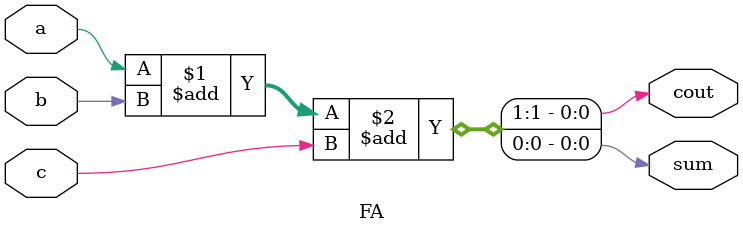
<source format=v>
module FA(cout, sum, a, b, c);
	input a, b, c;
	output cout, sum;
	assign {cout, sum} = a + b + c;
endmodule 
</source>
